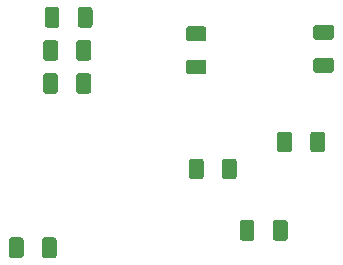
<source format=gbr>
G04 #@! TF.GenerationSoftware,KiCad,Pcbnew,5.1.2-f72e74a~84~ubuntu18.04.1*
G04 #@! TF.CreationDate,2021-05-31T02:13:38+02:00*
G04 #@! TF.ProjectId,USB_I2C_Iface,5553425f-4932-4435-9f49-666163652e6b,rev?*
G04 #@! TF.SameCoordinates,Original*
G04 #@! TF.FileFunction,Paste,Bot*
G04 #@! TF.FilePolarity,Positive*
%FSLAX46Y46*%
G04 Gerber Fmt 4.6, Leading zero omitted, Abs format (unit mm)*
G04 Created by KiCad (PCBNEW 5.1.2-f72e74a~84~ubuntu18.04.1) date 2021-05-31 02:13:38*
%MOMM*%
%LPD*%
G04 APERTURE LIST*
%ADD10C,0.100000*%
%ADD11C,1.250000*%
G04 APERTURE END LIST*
D10*
G36*
X71262504Y-46243204D02*
G01*
X71286773Y-46246804D01*
X71310571Y-46252765D01*
X71333671Y-46261030D01*
X71355849Y-46271520D01*
X71376893Y-46284133D01*
X71396598Y-46298747D01*
X71414777Y-46315223D01*
X71431253Y-46333402D01*
X71445867Y-46353107D01*
X71458480Y-46374151D01*
X71468970Y-46396329D01*
X71477235Y-46419429D01*
X71483196Y-46443227D01*
X71486796Y-46467496D01*
X71488000Y-46492000D01*
X71488000Y-47742000D01*
X71486796Y-47766504D01*
X71483196Y-47790773D01*
X71477235Y-47814571D01*
X71468970Y-47837671D01*
X71458480Y-47859849D01*
X71445867Y-47880893D01*
X71431253Y-47900598D01*
X71414777Y-47918777D01*
X71396598Y-47935253D01*
X71376893Y-47949867D01*
X71355849Y-47962480D01*
X71333671Y-47972970D01*
X71310571Y-47981235D01*
X71286773Y-47987196D01*
X71262504Y-47990796D01*
X71238000Y-47992000D01*
X70488000Y-47992000D01*
X70463496Y-47990796D01*
X70439227Y-47987196D01*
X70415429Y-47981235D01*
X70392329Y-47972970D01*
X70370151Y-47962480D01*
X70349107Y-47949867D01*
X70329402Y-47935253D01*
X70311223Y-47918777D01*
X70294747Y-47900598D01*
X70280133Y-47880893D01*
X70267520Y-47859849D01*
X70257030Y-47837671D01*
X70248765Y-47814571D01*
X70242804Y-47790773D01*
X70239204Y-47766504D01*
X70238000Y-47742000D01*
X70238000Y-46492000D01*
X70239204Y-46467496D01*
X70242804Y-46443227D01*
X70248765Y-46419429D01*
X70257030Y-46396329D01*
X70267520Y-46374151D01*
X70280133Y-46353107D01*
X70294747Y-46333402D01*
X70311223Y-46315223D01*
X70329402Y-46298747D01*
X70349107Y-46284133D01*
X70370151Y-46271520D01*
X70392329Y-46261030D01*
X70415429Y-46252765D01*
X70439227Y-46246804D01*
X70463496Y-46243204D01*
X70488000Y-46242000D01*
X71238000Y-46242000D01*
X71262504Y-46243204D01*
X71262504Y-46243204D01*
G37*
D11*
X70863000Y-47117000D03*
D10*
G36*
X74062504Y-46243204D02*
G01*
X74086773Y-46246804D01*
X74110571Y-46252765D01*
X74133671Y-46261030D01*
X74155849Y-46271520D01*
X74176893Y-46284133D01*
X74196598Y-46298747D01*
X74214777Y-46315223D01*
X74231253Y-46333402D01*
X74245867Y-46353107D01*
X74258480Y-46374151D01*
X74268970Y-46396329D01*
X74277235Y-46419429D01*
X74283196Y-46443227D01*
X74286796Y-46467496D01*
X74288000Y-46492000D01*
X74288000Y-47742000D01*
X74286796Y-47766504D01*
X74283196Y-47790773D01*
X74277235Y-47814571D01*
X74268970Y-47837671D01*
X74258480Y-47859849D01*
X74245867Y-47880893D01*
X74231253Y-47900598D01*
X74214777Y-47918777D01*
X74196598Y-47935253D01*
X74176893Y-47949867D01*
X74155849Y-47962480D01*
X74133671Y-47972970D01*
X74110571Y-47981235D01*
X74086773Y-47987196D01*
X74062504Y-47990796D01*
X74038000Y-47992000D01*
X73288000Y-47992000D01*
X73263496Y-47990796D01*
X73239227Y-47987196D01*
X73215429Y-47981235D01*
X73192329Y-47972970D01*
X73170151Y-47962480D01*
X73149107Y-47949867D01*
X73129402Y-47935253D01*
X73111223Y-47918777D01*
X73094747Y-47900598D01*
X73080133Y-47880893D01*
X73067520Y-47859849D01*
X73057030Y-47837671D01*
X73048765Y-47814571D01*
X73042804Y-47790773D01*
X73039204Y-47766504D01*
X73038000Y-47742000D01*
X73038000Y-46492000D01*
X73039204Y-46467496D01*
X73042804Y-46443227D01*
X73048765Y-46419429D01*
X73057030Y-46396329D01*
X73067520Y-46374151D01*
X73080133Y-46353107D01*
X73094747Y-46333402D01*
X73111223Y-46315223D01*
X73129402Y-46298747D01*
X73149107Y-46284133D01*
X73170151Y-46271520D01*
X73192329Y-46261030D01*
X73215429Y-46252765D01*
X73239227Y-46246804D01*
X73263496Y-46243204D01*
X73288000Y-46242000D01*
X74038000Y-46242000D01*
X74062504Y-46243204D01*
X74062504Y-46243204D01*
G37*
D11*
X73663000Y-47117000D03*
D10*
G36*
X66572504Y-48529204D02*
G01*
X66596773Y-48532804D01*
X66620571Y-48538765D01*
X66643671Y-48547030D01*
X66665849Y-48557520D01*
X66686893Y-48570133D01*
X66706598Y-48584747D01*
X66724777Y-48601223D01*
X66741253Y-48619402D01*
X66755867Y-48639107D01*
X66768480Y-48660151D01*
X66778970Y-48682329D01*
X66787235Y-48705429D01*
X66793196Y-48729227D01*
X66796796Y-48753496D01*
X66798000Y-48778000D01*
X66798000Y-50028000D01*
X66796796Y-50052504D01*
X66793196Y-50076773D01*
X66787235Y-50100571D01*
X66778970Y-50123671D01*
X66768480Y-50145849D01*
X66755867Y-50166893D01*
X66741253Y-50186598D01*
X66724777Y-50204777D01*
X66706598Y-50221253D01*
X66686893Y-50235867D01*
X66665849Y-50248480D01*
X66643671Y-50258970D01*
X66620571Y-50267235D01*
X66596773Y-50273196D01*
X66572504Y-50276796D01*
X66548000Y-50278000D01*
X65798000Y-50278000D01*
X65773496Y-50276796D01*
X65749227Y-50273196D01*
X65725429Y-50267235D01*
X65702329Y-50258970D01*
X65680151Y-50248480D01*
X65659107Y-50235867D01*
X65639402Y-50221253D01*
X65621223Y-50204777D01*
X65604747Y-50186598D01*
X65590133Y-50166893D01*
X65577520Y-50145849D01*
X65567030Y-50123671D01*
X65558765Y-50100571D01*
X65552804Y-50076773D01*
X65549204Y-50052504D01*
X65548000Y-50028000D01*
X65548000Y-48778000D01*
X65549204Y-48753496D01*
X65552804Y-48729227D01*
X65558765Y-48705429D01*
X65567030Y-48682329D01*
X65577520Y-48660151D01*
X65590133Y-48639107D01*
X65604747Y-48619402D01*
X65621223Y-48601223D01*
X65639402Y-48584747D01*
X65659107Y-48570133D01*
X65680151Y-48557520D01*
X65702329Y-48547030D01*
X65725429Y-48538765D01*
X65749227Y-48532804D01*
X65773496Y-48529204D01*
X65798000Y-48528000D01*
X66548000Y-48528000D01*
X66572504Y-48529204D01*
X66572504Y-48529204D01*
G37*
D11*
X66173000Y-49403000D03*
D10*
G36*
X63772504Y-48529204D02*
G01*
X63796773Y-48532804D01*
X63820571Y-48538765D01*
X63843671Y-48547030D01*
X63865849Y-48557520D01*
X63886893Y-48570133D01*
X63906598Y-48584747D01*
X63924777Y-48601223D01*
X63941253Y-48619402D01*
X63955867Y-48639107D01*
X63968480Y-48660151D01*
X63978970Y-48682329D01*
X63987235Y-48705429D01*
X63993196Y-48729227D01*
X63996796Y-48753496D01*
X63998000Y-48778000D01*
X63998000Y-50028000D01*
X63996796Y-50052504D01*
X63993196Y-50076773D01*
X63987235Y-50100571D01*
X63978970Y-50123671D01*
X63968480Y-50145849D01*
X63955867Y-50166893D01*
X63941253Y-50186598D01*
X63924777Y-50204777D01*
X63906598Y-50221253D01*
X63886893Y-50235867D01*
X63865849Y-50248480D01*
X63843671Y-50258970D01*
X63820571Y-50267235D01*
X63796773Y-50273196D01*
X63772504Y-50276796D01*
X63748000Y-50278000D01*
X62998000Y-50278000D01*
X62973496Y-50276796D01*
X62949227Y-50273196D01*
X62925429Y-50267235D01*
X62902329Y-50258970D01*
X62880151Y-50248480D01*
X62859107Y-50235867D01*
X62839402Y-50221253D01*
X62821223Y-50204777D01*
X62804747Y-50186598D01*
X62790133Y-50166893D01*
X62777520Y-50145849D01*
X62767030Y-50123671D01*
X62758765Y-50100571D01*
X62752804Y-50076773D01*
X62749204Y-50052504D01*
X62748000Y-50028000D01*
X62748000Y-48778000D01*
X62749204Y-48753496D01*
X62752804Y-48729227D01*
X62758765Y-48705429D01*
X62767030Y-48682329D01*
X62777520Y-48660151D01*
X62790133Y-48639107D01*
X62804747Y-48619402D01*
X62821223Y-48601223D01*
X62839402Y-48584747D01*
X62859107Y-48570133D01*
X62880151Y-48557520D01*
X62902329Y-48547030D01*
X62925429Y-48538765D01*
X62949227Y-48532804D01*
X62973496Y-48529204D01*
X62998000Y-48528000D01*
X63748000Y-48528000D01*
X63772504Y-48529204D01*
X63772504Y-48529204D01*
G37*
D11*
X63373000Y-49403000D03*
D10*
G36*
X51332504Y-55209404D02*
G01*
X51356773Y-55213004D01*
X51380571Y-55218965D01*
X51403671Y-55227230D01*
X51425849Y-55237720D01*
X51446893Y-55250333D01*
X51466598Y-55264947D01*
X51484777Y-55281423D01*
X51501253Y-55299602D01*
X51515867Y-55319307D01*
X51528480Y-55340351D01*
X51538970Y-55362529D01*
X51547235Y-55385629D01*
X51553196Y-55409427D01*
X51556796Y-55433696D01*
X51558000Y-55458200D01*
X51558000Y-56708200D01*
X51556796Y-56732704D01*
X51553196Y-56756973D01*
X51547235Y-56780771D01*
X51538970Y-56803871D01*
X51528480Y-56826049D01*
X51515867Y-56847093D01*
X51501253Y-56866798D01*
X51484777Y-56884977D01*
X51466598Y-56901453D01*
X51446893Y-56916067D01*
X51425849Y-56928680D01*
X51403671Y-56939170D01*
X51380571Y-56947435D01*
X51356773Y-56953396D01*
X51332504Y-56956996D01*
X51308000Y-56958200D01*
X50558000Y-56958200D01*
X50533496Y-56956996D01*
X50509227Y-56953396D01*
X50485429Y-56947435D01*
X50462329Y-56939170D01*
X50440151Y-56928680D01*
X50419107Y-56916067D01*
X50399402Y-56901453D01*
X50381223Y-56884977D01*
X50364747Y-56866798D01*
X50350133Y-56847093D01*
X50337520Y-56826049D01*
X50327030Y-56803871D01*
X50318765Y-56780771D01*
X50312804Y-56756973D01*
X50309204Y-56732704D01*
X50308000Y-56708200D01*
X50308000Y-55458200D01*
X50309204Y-55433696D01*
X50312804Y-55409427D01*
X50318765Y-55385629D01*
X50327030Y-55362529D01*
X50337520Y-55340351D01*
X50350133Y-55319307D01*
X50364747Y-55299602D01*
X50381223Y-55281423D01*
X50399402Y-55264947D01*
X50419107Y-55250333D01*
X50440151Y-55237720D01*
X50462329Y-55227230D01*
X50485429Y-55218965D01*
X50509227Y-55213004D01*
X50533496Y-55209404D01*
X50558000Y-55208200D01*
X51308000Y-55208200D01*
X51332504Y-55209404D01*
X51332504Y-55209404D01*
G37*
D11*
X50933000Y-56083200D03*
D10*
G36*
X48532504Y-55209404D02*
G01*
X48556773Y-55213004D01*
X48580571Y-55218965D01*
X48603671Y-55227230D01*
X48625849Y-55237720D01*
X48646893Y-55250333D01*
X48666598Y-55264947D01*
X48684777Y-55281423D01*
X48701253Y-55299602D01*
X48715867Y-55319307D01*
X48728480Y-55340351D01*
X48738970Y-55362529D01*
X48747235Y-55385629D01*
X48753196Y-55409427D01*
X48756796Y-55433696D01*
X48758000Y-55458200D01*
X48758000Y-56708200D01*
X48756796Y-56732704D01*
X48753196Y-56756973D01*
X48747235Y-56780771D01*
X48738970Y-56803871D01*
X48728480Y-56826049D01*
X48715867Y-56847093D01*
X48701253Y-56866798D01*
X48684777Y-56884977D01*
X48666598Y-56901453D01*
X48646893Y-56916067D01*
X48625849Y-56928680D01*
X48603671Y-56939170D01*
X48580571Y-56947435D01*
X48556773Y-56953396D01*
X48532504Y-56956996D01*
X48508000Y-56958200D01*
X47758000Y-56958200D01*
X47733496Y-56956996D01*
X47709227Y-56953396D01*
X47685429Y-56947435D01*
X47662329Y-56939170D01*
X47640151Y-56928680D01*
X47619107Y-56916067D01*
X47599402Y-56901453D01*
X47581223Y-56884977D01*
X47564747Y-56866798D01*
X47550133Y-56847093D01*
X47537520Y-56826049D01*
X47527030Y-56803871D01*
X47518765Y-56780771D01*
X47512804Y-56756973D01*
X47509204Y-56732704D01*
X47508000Y-56708200D01*
X47508000Y-55458200D01*
X47509204Y-55433696D01*
X47512804Y-55409427D01*
X47518765Y-55385629D01*
X47527030Y-55362529D01*
X47537520Y-55340351D01*
X47550133Y-55319307D01*
X47564747Y-55299602D01*
X47581223Y-55281423D01*
X47599402Y-55264947D01*
X47619107Y-55250333D01*
X47640151Y-55237720D01*
X47662329Y-55227230D01*
X47685429Y-55218965D01*
X47709227Y-55213004D01*
X47733496Y-55209404D01*
X47758000Y-55208200D01*
X48508000Y-55208200D01*
X48532504Y-55209404D01*
X48532504Y-55209404D01*
G37*
D11*
X48133000Y-56083200D03*
D10*
G36*
X54253504Y-38496204D02*
G01*
X54277773Y-38499804D01*
X54301571Y-38505765D01*
X54324671Y-38514030D01*
X54346849Y-38524520D01*
X54367893Y-38537133D01*
X54387598Y-38551747D01*
X54405777Y-38568223D01*
X54422253Y-38586402D01*
X54436867Y-38606107D01*
X54449480Y-38627151D01*
X54459970Y-38649329D01*
X54468235Y-38672429D01*
X54474196Y-38696227D01*
X54477796Y-38720496D01*
X54479000Y-38745000D01*
X54479000Y-39995000D01*
X54477796Y-40019504D01*
X54474196Y-40043773D01*
X54468235Y-40067571D01*
X54459970Y-40090671D01*
X54449480Y-40112849D01*
X54436867Y-40133893D01*
X54422253Y-40153598D01*
X54405777Y-40171777D01*
X54387598Y-40188253D01*
X54367893Y-40202867D01*
X54346849Y-40215480D01*
X54324671Y-40225970D01*
X54301571Y-40234235D01*
X54277773Y-40240196D01*
X54253504Y-40243796D01*
X54229000Y-40245000D01*
X53479000Y-40245000D01*
X53454496Y-40243796D01*
X53430227Y-40240196D01*
X53406429Y-40234235D01*
X53383329Y-40225970D01*
X53361151Y-40215480D01*
X53340107Y-40202867D01*
X53320402Y-40188253D01*
X53302223Y-40171777D01*
X53285747Y-40153598D01*
X53271133Y-40133893D01*
X53258520Y-40112849D01*
X53248030Y-40090671D01*
X53239765Y-40067571D01*
X53233804Y-40043773D01*
X53230204Y-40019504D01*
X53229000Y-39995000D01*
X53229000Y-38745000D01*
X53230204Y-38720496D01*
X53233804Y-38696227D01*
X53239765Y-38672429D01*
X53248030Y-38649329D01*
X53258520Y-38627151D01*
X53271133Y-38606107D01*
X53285747Y-38586402D01*
X53302223Y-38568223D01*
X53320402Y-38551747D01*
X53340107Y-38537133D01*
X53361151Y-38524520D01*
X53383329Y-38514030D01*
X53406429Y-38505765D01*
X53430227Y-38499804D01*
X53454496Y-38496204D01*
X53479000Y-38495000D01*
X54229000Y-38495000D01*
X54253504Y-38496204D01*
X54253504Y-38496204D01*
G37*
D11*
X53854000Y-39370000D03*
D10*
G36*
X51453504Y-38496204D02*
G01*
X51477773Y-38499804D01*
X51501571Y-38505765D01*
X51524671Y-38514030D01*
X51546849Y-38524520D01*
X51567893Y-38537133D01*
X51587598Y-38551747D01*
X51605777Y-38568223D01*
X51622253Y-38586402D01*
X51636867Y-38606107D01*
X51649480Y-38627151D01*
X51659970Y-38649329D01*
X51668235Y-38672429D01*
X51674196Y-38696227D01*
X51677796Y-38720496D01*
X51679000Y-38745000D01*
X51679000Y-39995000D01*
X51677796Y-40019504D01*
X51674196Y-40043773D01*
X51668235Y-40067571D01*
X51659970Y-40090671D01*
X51649480Y-40112849D01*
X51636867Y-40133893D01*
X51622253Y-40153598D01*
X51605777Y-40171777D01*
X51587598Y-40188253D01*
X51567893Y-40202867D01*
X51546849Y-40215480D01*
X51524671Y-40225970D01*
X51501571Y-40234235D01*
X51477773Y-40240196D01*
X51453504Y-40243796D01*
X51429000Y-40245000D01*
X50679000Y-40245000D01*
X50654496Y-40243796D01*
X50630227Y-40240196D01*
X50606429Y-40234235D01*
X50583329Y-40225970D01*
X50561151Y-40215480D01*
X50540107Y-40202867D01*
X50520402Y-40188253D01*
X50502223Y-40171777D01*
X50485747Y-40153598D01*
X50471133Y-40133893D01*
X50458520Y-40112849D01*
X50448030Y-40090671D01*
X50439765Y-40067571D01*
X50433804Y-40043773D01*
X50430204Y-40019504D01*
X50429000Y-39995000D01*
X50429000Y-38745000D01*
X50430204Y-38720496D01*
X50433804Y-38696227D01*
X50439765Y-38672429D01*
X50448030Y-38649329D01*
X50458520Y-38627151D01*
X50471133Y-38606107D01*
X50485747Y-38586402D01*
X50502223Y-38568223D01*
X50520402Y-38551747D01*
X50540107Y-38537133D01*
X50561151Y-38524520D01*
X50583329Y-38514030D01*
X50606429Y-38505765D01*
X50630227Y-38499804D01*
X50654496Y-38496204D01*
X50679000Y-38495000D01*
X51429000Y-38495000D01*
X51453504Y-38496204D01*
X51453504Y-38496204D01*
G37*
D11*
X51054000Y-39370000D03*
D10*
G36*
X51574504Y-35702204D02*
G01*
X51598773Y-35705804D01*
X51622571Y-35711765D01*
X51645671Y-35720030D01*
X51667849Y-35730520D01*
X51688893Y-35743133D01*
X51708598Y-35757747D01*
X51726777Y-35774223D01*
X51743253Y-35792402D01*
X51757867Y-35812107D01*
X51770480Y-35833151D01*
X51780970Y-35855329D01*
X51789235Y-35878429D01*
X51795196Y-35902227D01*
X51798796Y-35926496D01*
X51800000Y-35951000D01*
X51800000Y-37201000D01*
X51798796Y-37225504D01*
X51795196Y-37249773D01*
X51789235Y-37273571D01*
X51780970Y-37296671D01*
X51770480Y-37318849D01*
X51757867Y-37339893D01*
X51743253Y-37359598D01*
X51726777Y-37377777D01*
X51708598Y-37394253D01*
X51688893Y-37408867D01*
X51667849Y-37421480D01*
X51645671Y-37431970D01*
X51622571Y-37440235D01*
X51598773Y-37446196D01*
X51574504Y-37449796D01*
X51550000Y-37451000D01*
X50800000Y-37451000D01*
X50775496Y-37449796D01*
X50751227Y-37446196D01*
X50727429Y-37440235D01*
X50704329Y-37431970D01*
X50682151Y-37421480D01*
X50661107Y-37408867D01*
X50641402Y-37394253D01*
X50623223Y-37377777D01*
X50606747Y-37359598D01*
X50592133Y-37339893D01*
X50579520Y-37318849D01*
X50569030Y-37296671D01*
X50560765Y-37273571D01*
X50554804Y-37249773D01*
X50551204Y-37225504D01*
X50550000Y-37201000D01*
X50550000Y-35951000D01*
X50551204Y-35926496D01*
X50554804Y-35902227D01*
X50560765Y-35878429D01*
X50569030Y-35855329D01*
X50579520Y-35833151D01*
X50592133Y-35812107D01*
X50606747Y-35792402D01*
X50623223Y-35774223D01*
X50641402Y-35757747D01*
X50661107Y-35743133D01*
X50682151Y-35730520D01*
X50704329Y-35720030D01*
X50727429Y-35711765D01*
X50751227Y-35705804D01*
X50775496Y-35702204D01*
X50800000Y-35701000D01*
X51550000Y-35701000D01*
X51574504Y-35702204D01*
X51574504Y-35702204D01*
G37*
D11*
X51175000Y-36576000D03*
D10*
G36*
X54374504Y-35702204D02*
G01*
X54398773Y-35705804D01*
X54422571Y-35711765D01*
X54445671Y-35720030D01*
X54467849Y-35730520D01*
X54488893Y-35743133D01*
X54508598Y-35757747D01*
X54526777Y-35774223D01*
X54543253Y-35792402D01*
X54557867Y-35812107D01*
X54570480Y-35833151D01*
X54580970Y-35855329D01*
X54589235Y-35878429D01*
X54595196Y-35902227D01*
X54598796Y-35926496D01*
X54600000Y-35951000D01*
X54600000Y-37201000D01*
X54598796Y-37225504D01*
X54595196Y-37249773D01*
X54589235Y-37273571D01*
X54580970Y-37296671D01*
X54570480Y-37318849D01*
X54557867Y-37339893D01*
X54543253Y-37359598D01*
X54526777Y-37377777D01*
X54508598Y-37394253D01*
X54488893Y-37408867D01*
X54467849Y-37421480D01*
X54445671Y-37431970D01*
X54422571Y-37440235D01*
X54398773Y-37446196D01*
X54374504Y-37449796D01*
X54350000Y-37451000D01*
X53600000Y-37451000D01*
X53575496Y-37449796D01*
X53551227Y-37446196D01*
X53527429Y-37440235D01*
X53504329Y-37431970D01*
X53482151Y-37421480D01*
X53461107Y-37408867D01*
X53441402Y-37394253D01*
X53423223Y-37377777D01*
X53406747Y-37359598D01*
X53392133Y-37339893D01*
X53379520Y-37318849D01*
X53369030Y-37296671D01*
X53360765Y-37273571D01*
X53354804Y-37249773D01*
X53351204Y-37225504D01*
X53350000Y-37201000D01*
X53350000Y-35951000D01*
X53351204Y-35926496D01*
X53354804Y-35902227D01*
X53360765Y-35878429D01*
X53369030Y-35855329D01*
X53379520Y-35833151D01*
X53392133Y-35812107D01*
X53406747Y-35792402D01*
X53423223Y-35774223D01*
X53441402Y-35757747D01*
X53461107Y-35743133D01*
X53482151Y-35730520D01*
X53504329Y-35720030D01*
X53527429Y-35711765D01*
X53551227Y-35705804D01*
X53575496Y-35702204D01*
X53600000Y-35701000D01*
X54350000Y-35701000D01*
X54374504Y-35702204D01*
X54374504Y-35702204D01*
G37*
D11*
X53975000Y-36576000D03*
D10*
G36*
X54247504Y-41290204D02*
G01*
X54271773Y-41293804D01*
X54295571Y-41299765D01*
X54318671Y-41308030D01*
X54340849Y-41318520D01*
X54361893Y-41331133D01*
X54381598Y-41345747D01*
X54399777Y-41362223D01*
X54416253Y-41380402D01*
X54430867Y-41400107D01*
X54443480Y-41421151D01*
X54453970Y-41443329D01*
X54462235Y-41466429D01*
X54468196Y-41490227D01*
X54471796Y-41514496D01*
X54473000Y-41539000D01*
X54473000Y-42789000D01*
X54471796Y-42813504D01*
X54468196Y-42837773D01*
X54462235Y-42861571D01*
X54453970Y-42884671D01*
X54443480Y-42906849D01*
X54430867Y-42927893D01*
X54416253Y-42947598D01*
X54399777Y-42965777D01*
X54381598Y-42982253D01*
X54361893Y-42996867D01*
X54340849Y-43009480D01*
X54318671Y-43019970D01*
X54295571Y-43028235D01*
X54271773Y-43034196D01*
X54247504Y-43037796D01*
X54223000Y-43039000D01*
X53473000Y-43039000D01*
X53448496Y-43037796D01*
X53424227Y-43034196D01*
X53400429Y-43028235D01*
X53377329Y-43019970D01*
X53355151Y-43009480D01*
X53334107Y-42996867D01*
X53314402Y-42982253D01*
X53296223Y-42965777D01*
X53279747Y-42947598D01*
X53265133Y-42927893D01*
X53252520Y-42906849D01*
X53242030Y-42884671D01*
X53233765Y-42861571D01*
X53227804Y-42837773D01*
X53224204Y-42813504D01*
X53223000Y-42789000D01*
X53223000Y-41539000D01*
X53224204Y-41514496D01*
X53227804Y-41490227D01*
X53233765Y-41466429D01*
X53242030Y-41443329D01*
X53252520Y-41421151D01*
X53265133Y-41400107D01*
X53279747Y-41380402D01*
X53296223Y-41362223D01*
X53314402Y-41345747D01*
X53334107Y-41331133D01*
X53355151Y-41318520D01*
X53377329Y-41308030D01*
X53400429Y-41299765D01*
X53424227Y-41293804D01*
X53448496Y-41290204D01*
X53473000Y-41289000D01*
X54223000Y-41289000D01*
X54247504Y-41290204D01*
X54247504Y-41290204D01*
G37*
D11*
X53848000Y-42164000D03*
D10*
G36*
X51447504Y-41290204D02*
G01*
X51471773Y-41293804D01*
X51495571Y-41299765D01*
X51518671Y-41308030D01*
X51540849Y-41318520D01*
X51561893Y-41331133D01*
X51581598Y-41345747D01*
X51599777Y-41362223D01*
X51616253Y-41380402D01*
X51630867Y-41400107D01*
X51643480Y-41421151D01*
X51653970Y-41443329D01*
X51662235Y-41466429D01*
X51668196Y-41490227D01*
X51671796Y-41514496D01*
X51673000Y-41539000D01*
X51673000Y-42789000D01*
X51671796Y-42813504D01*
X51668196Y-42837773D01*
X51662235Y-42861571D01*
X51653970Y-42884671D01*
X51643480Y-42906849D01*
X51630867Y-42927893D01*
X51616253Y-42947598D01*
X51599777Y-42965777D01*
X51581598Y-42982253D01*
X51561893Y-42996867D01*
X51540849Y-43009480D01*
X51518671Y-43019970D01*
X51495571Y-43028235D01*
X51471773Y-43034196D01*
X51447504Y-43037796D01*
X51423000Y-43039000D01*
X50673000Y-43039000D01*
X50648496Y-43037796D01*
X50624227Y-43034196D01*
X50600429Y-43028235D01*
X50577329Y-43019970D01*
X50555151Y-43009480D01*
X50534107Y-42996867D01*
X50514402Y-42982253D01*
X50496223Y-42965777D01*
X50479747Y-42947598D01*
X50465133Y-42927893D01*
X50452520Y-42906849D01*
X50442030Y-42884671D01*
X50433765Y-42861571D01*
X50427804Y-42837773D01*
X50424204Y-42813504D01*
X50423000Y-42789000D01*
X50423000Y-41539000D01*
X50424204Y-41514496D01*
X50427804Y-41490227D01*
X50433765Y-41466429D01*
X50442030Y-41443329D01*
X50452520Y-41421151D01*
X50465133Y-41400107D01*
X50479747Y-41380402D01*
X50496223Y-41362223D01*
X50514402Y-41345747D01*
X50534107Y-41331133D01*
X50555151Y-41318520D01*
X50577329Y-41308030D01*
X50600429Y-41299765D01*
X50624227Y-41293804D01*
X50648496Y-41290204D01*
X50673000Y-41289000D01*
X51423000Y-41289000D01*
X51447504Y-41290204D01*
X51447504Y-41290204D01*
G37*
D11*
X51048000Y-42164000D03*
D10*
G36*
X68087504Y-53736204D02*
G01*
X68111773Y-53739804D01*
X68135571Y-53745765D01*
X68158671Y-53754030D01*
X68180849Y-53764520D01*
X68201893Y-53777133D01*
X68221598Y-53791747D01*
X68239777Y-53808223D01*
X68256253Y-53826402D01*
X68270867Y-53846107D01*
X68283480Y-53867151D01*
X68293970Y-53889329D01*
X68302235Y-53912429D01*
X68308196Y-53936227D01*
X68311796Y-53960496D01*
X68313000Y-53985000D01*
X68313000Y-55235000D01*
X68311796Y-55259504D01*
X68308196Y-55283773D01*
X68302235Y-55307571D01*
X68293970Y-55330671D01*
X68283480Y-55352849D01*
X68270867Y-55373893D01*
X68256253Y-55393598D01*
X68239777Y-55411777D01*
X68221598Y-55428253D01*
X68201893Y-55442867D01*
X68180849Y-55455480D01*
X68158671Y-55465970D01*
X68135571Y-55474235D01*
X68111773Y-55480196D01*
X68087504Y-55483796D01*
X68063000Y-55485000D01*
X67313000Y-55485000D01*
X67288496Y-55483796D01*
X67264227Y-55480196D01*
X67240429Y-55474235D01*
X67217329Y-55465970D01*
X67195151Y-55455480D01*
X67174107Y-55442867D01*
X67154402Y-55428253D01*
X67136223Y-55411777D01*
X67119747Y-55393598D01*
X67105133Y-55373893D01*
X67092520Y-55352849D01*
X67082030Y-55330671D01*
X67073765Y-55307571D01*
X67067804Y-55283773D01*
X67064204Y-55259504D01*
X67063000Y-55235000D01*
X67063000Y-53985000D01*
X67064204Y-53960496D01*
X67067804Y-53936227D01*
X67073765Y-53912429D01*
X67082030Y-53889329D01*
X67092520Y-53867151D01*
X67105133Y-53846107D01*
X67119747Y-53826402D01*
X67136223Y-53808223D01*
X67154402Y-53791747D01*
X67174107Y-53777133D01*
X67195151Y-53764520D01*
X67217329Y-53754030D01*
X67240429Y-53745765D01*
X67264227Y-53739804D01*
X67288496Y-53736204D01*
X67313000Y-53735000D01*
X68063000Y-53735000D01*
X68087504Y-53736204D01*
X68087504Y-53736204D01*
G37*
D11*
X67688000Y-54610000D03*
D10*
G36*
X70887504Y-53736204D02*
G01*
X70911773Y-53739804D01*
X70935571Y-53745765D01*
X70958671Y-53754030D01*
X70980849Y-53764520D01*
X71001893Y-53777133D01*
X71021598Y-53791747D01*
X71039777Y-53808223D01*
X71056253Y-53826402D01*
X71070867Y-53846107D01*
X71083480Y-53867151D01*
X71093970Y-53889329D01*
X71102235Y-53912429D01*
X71108196Y-53936227D01*
X71111796Y-53960496D01*
X71113000Y-53985000D01*
X71113000Y-55235000D01*
X71111796Y-55259504D01*
X71108196Y-55283773D01*
X71102235Y-55307571D01*
X71093970Y-55330671D01*
X71083480Y-55352849D01*
X71070867Y-55373893D01*
X71056253Y-55393598D01*
X71039777Y-55411777D01*
X71021598Y-55428253D01*
X71001893Y-55442867D01*
X70980849Y-55455480D01*
X70958671Y-55465970D01*
X70935571Y-55474235D01*
X70911773Y-55480196D01*
X70887504Y-55483796D01*
X70863000Y-55485000D01*
X70113000Y-55485000D01*
X70088496Y-55483796D01*
X70064227Y-55480196D01*
X70040429Y-55474235D01*
X70017329Y-55465970D01*
X69995151Y-55455480D01*
X69974107Y-55442867D01*
X69954402Y-55428253D01*
X69936223Y-55411777D01*
X69919747Y-55393598D01*
X69905133Y-55373893D01*
X69892520Y-55352849D01*
X69882030Y-55330671D01*
X69873765Y-55307571D01*
X69867804Y-55283773D01*
X69864204Y-55259504D01*
X69863000Y-55235000D01*
X69863000Y-53985000D01*
X69864204Y-53960496D01*
X69867804Y-53936227D01*
X69873765Y-53912429D01*
X69882030Y-53889329D01*
X69892520Y-53867151D01*
X69905133Y-53846107D01*
X69919747Y-53826402D01*
X69936223Y-53808223D01*
X69954402Y-53791747D01*
X69974107Y-53777133D01*
X69995151Y-53764520D01*
X70017329Y-53754030D01*
X70040429Y-53745765D01*
X70064227Y-53739804D01*
X70088496Y-53736204D01*
X70113000Y-53735000D01*
X70863000Y-53735000D01*
X70887504Y-53736204D01*
X70887504Y-53736204D01*
G37*
D11*
X70488000Y-54610000D03*
D10*
G36*
X64022504Y-37349204D02*
G01*
X64046773Y-37352804D01*
X64070571Y-37358765D01*
X64093671Y-37367030D01*
X64115849Y-37377520D01*
X64136893Y-37390133D01*
X64156598Y-37404747D01*
X64174777Y-37421223D01*
X64191253Y-37439402D01*
X64205867Y-37459107D01*
X64218480Y-37480151D01*
X64228970Y-37502329D01*
X64237235Y-37525429D01*
X64243196Y-37549227D01*
X64246796Y-37573496D01*
X64248000Y-37598000D01*
X64248000Y-38348000D01*
X64246796Y-38372504D01*
X64243196Y-38396773D01*
X64237235Y-38420571D01*
X64228970Y-38443671D01*
X64218480Y-38465849D01*
X64205867Y-38486893D01*
X64191253Y-38506598D01*
X64174777Y-38524777D01*
X64156598Y-38541253D01*
X64136893Y-38555867D01*
X64115849Y-38568480D01*
X64093671Y-38578970D01*
X64070571Y-38587235D01*
X64046773Y-38593196D01*
X64022504Y-38596796D01*
X63998000Y-38598000D01*
X62748000Y-38598000D01*
X62723496Y-38596796D01*
X62699227Y-38593196D01*
X62675429Y-38587235D01*
X62652329Y-38578970D01*
X62630151Y-38568480D01*
X62609107Y-38555867D01*
X62589402Y-38541253D01*
X62571223Y-38524777D01*
X62554747Y-38506598D01*
X62540133Y-38486893D01*
X62527520Y-38465849D01*
X62517030Y-38443671D01*
X62508765Y-38420571D01*
X62502804Y-38396773D01*
X62499204Y-38372504D01*
X62498000Y-38348000D01*
X62498000Y-37598000D01*
X62499204Y-37573496D01*
X62502804Y-37549227D01*
X62508765Y-37525429D01*
X62517030Y-37502329D01*
X62527520Y-37480151D01*
X62540133Y-37459107D01*
X62554747Y-37439402D01*
X62571223Y-37421223D01*
X62589402Y-37404747D01*
X62609107Y-37390133D01*
X62630151Y-37377520D01*
X62652329Y-37367030D01*
X62675429Y-37358765D01*
X62699227Y-37352804D01*
X62723496Y-37349204D01*
X62748000Y-37348000D01*
X63998000Y-37348000D01*
X64022504Y-37349204D01*
X64022504Y-37349204D01*
G37*
D11*
X63373000Y-37973000D03*
D10*
G36*
X64022504Y-40149204D02*
G01*
X64046773Y-40152804D01*
X64070571Y-40158765D01*
X64093671Y-40167030D01*
X64115849Y-40177520D01*
X64136893Y-40190133D01*
X64156598Y-40204747D01*
X64174777Y-40221223D01*
X64191253Y-40239402D01*
X64205867Y-40259107D01*
X64218480Y-40280151D01*
X64228970Y-40302329D01*
X64237235Y-40325429D01*
X64243196Y-40349227D01*
X64246796Y-40373496D01*
X64248000Y-40398000D01*
X64248000Y-41148000D01*
X64246796Y-41172504D01*
X64243196Y-41196773D01*
X64237235Y-41220571D01*
X64228970Y-41243671D01*
X64218480Y-41265849D01*
X64205867Y-41286893D01*
X64191253Y-41306598D01*
X64174777Y-41324777D01*
X64156598Y-41341253D01*
X64136893Y-41355867D01*
X64115849Y-41368480D01*
X64093671Y-41378970D01*
X64070571Y-41387235D01*
X64046773Y-41393196D01*
X64022504Y-41396796D01*
X63998000Y-41398000D01*
X62748000Y-41398000D01*
X62723496Y-41396796D01*
X62699227Y-41393196D01*
X62675429Y-41387235D01*
X62652329Y-41378970D01*
X62630151Y-41368480D01*
X62609107Y-41355867D01*
X62589402Y-41341253D01*
X62571223Y-41324777D01*
X62554747Y-41306598D01*
X62540133Y-41286893D01*
X62527520Y-41265849D01*
X62517030Y-41243671D01*
X62508765Y-41220571D01*
X62502804Y-41196773D01*
X62499204Y-41172504D01*
X62498000Y-41148000D01*
X62498000Y-40398000D01*
X62499204Y-40373496D01*
X62502804Y-40349227D01*
X62508765Y-40325429D01*
X62517030Y-40302329D01*
X62527520Y-40280151D01*
X62540133Y-40259107D01*
X62554747Y-40239402D01*
X62571223Y-40221223D01*
X62589402Y-40204747D01*
X62609107Y-40190133D01*
X62630151Y-40177520D01*
X62652329Y-40167030D01*
X62675429Y-40158765D01*
X62699227Y-40152804D01*
X62723496Y-40149204D01*
X62748000Y-40148000D01*
X63998000Y-40148000D01*
X64022504Y-40149204D01*
X64022504Y-40149204D01*
G37*
D11*
X63373000Y-40773000D03*
D10*
G36*
X74817504Y-40016204D02*
G01*
X74841773Y-40019804D01*
X74865571Y-40025765D01*
X74888671Y-40034030D01*
X74910849Y-40044520D01*
X74931893Y-40057133D01*
X74951598Y-40071747D01*
X74969777Y-40088223D01*
X74986253Y-40106402D01*
X75000867Y-40126107D01*
X75013480Y-40147151D01*
X75023970Y-40169329D01*
X75032235Y-40192429D01*
X75038196Y-40216227D01*
X75041796Y-40240496D01*
X75043000Y-40265000D01*
X75043000Y-41015000D01*
X75041796Y-41039504D01*
X75038196Y-41063773D01*
X75032235Y-41087571D01*
X75023970Y-41110671D01*
X75013480Y-41132849D01*
X75000867Y-41153893D01*
X74986253Y-41173598D01*
X74969777Y-41191777D01*
X74951598Y-41208253D01*
X74931893Y-41222867D01*
X74910849Y-41235480D01*
X74888671Y-41245970D01*
X74865571Y-41254235D01*
X74841773Y-41260196D01*
X74817504Y-41263796D01*
X74793000Y-41265000D01*
X73543000Y-41265000D01*
X73518496Y-41263796D01*
X73494227Y-41260196D01*
X73470429Y-41254235D01*
X73447329Y-41245970D01*
X73425151Y-41235480D01*
X73404107Y-41222867D01*
X73384402Y-41208253D01*
X73366223Y-41191777D01*
X73349747Y-41173598D01*
X73335133Y-41153893D01*
X73322520Y-41132849D01*
X73312030Y-41110671D01*
X73303765Y-41087571D01*
X73297804Y-41063773D01*
X73294204Y-41039504D01*
X73293000Y-41015000D01*
X73293000Y-40265000D01*
X73294204Y-40240496D01*
X73297804Y-40216227D01*
X73303765Y-40192429D01*
X73312030Y-40169329D01*
X73322520Y-40147151D01*
X73335133Y-40126107D01*
X73349747Y-40106402D01*
X73366223Y-40088223D01*
X73384402Y-40071747D01*
X73404107Y-40057133D01*
X73425151Y-40044520D01*
X73447329Y-40034030D01*
X73470429Y-40025765D01*
X73494227Y-40019804D01*
X73518496Y-40016204D01*
X73543000Y-40015000D01*
X74793000Y-40015000D01*
X74817504Y-40016204D01*
X74817504Y-40016204D01*
G37*
D11*
X74168000Y-40640000D03*
D10*
G36*
X74817504Y-37216204D02*
G01*
X74841773Y-37219804D01*
X74865571Y-37225765D01*
X74888671Y-37234030D01*
X74910849Y-37244520D01*
X74931893Y-37257133D01*
X74951598Y-37271747D01*
X74969777Y-37288223D01*
X74986253Y-37306402D01*
X75000867Y-37326107D01*
X75013480Y-37347151D01*
X75023970Y-37369329D01*
X75032235Y-37392429D01*
X75038196Y-37416227D01*
X75041796Y-37440496D01*
X75043000Y-37465000D01*
X75043000Y-38215000D01*
X75041796Y-38239504D01*
X75038196Y-38263773D01*
X75032235Y-38287571D01*
X75023970Y-38310671D01*
X75013480Y-38332849D01*
X75000867Y-38353893D01*
X74986253Y-38373598D01*
X74969777Y-38391777D01*
X74951598Y-38408253D01*
X74931893Y-38422867D01*
X74910849Y-38435480D01*
X74888671Y-38445970D01*
X74865571Y-38454235D01*
X74841773Y-38460196D01*
X74817504Y-38463796D01*
X74793000Y-38465000D01*
X73543000Y-38465000D01*
X73518496Y-38463796D01*
X73494227Y-38460196D01*
X73470429Y-38454235D01*
X73447329Y-38445970D01*
X73425151Y-38435480D01*
X73404107Y-38422867D01*
X73384402Y-38408253D01*
X73366223Y-38391777D01*
X73349747Y-38373598D01*
X73335133Y-38353893D01*
X73322520Y-38332849D01*
X73312030Y-38310671D01*
X73303765Y-38287571D01*
X73297804Y-38263773D01*
X73294204Y-38239504D01*
X73293000Y-38215000D01*
X73293000Y-37465000D01*
X73294204Y-37440496D01*
X73297804Y-37416227D01*
X73303765Y-37392429D01*
X73312030Y-37369329D01*
X73322520Y-37347151D01*
X73335133Y-37326107D01*
X73349747Y-37306402D01*
X73366223Y-37288223D01*
X73384402Y-37271747D01*
X73404107Y-37257133D01*
X73425151Y-37244520D01*
X73447329Y-37234030D01*
X73470429Y-37225765D01*
X73494227Y-37219804D01*
X73518496Y-37216204D01*
X73543000Y-37215000D01*
X74793000Y-37215000D01*
X74817504Y-37216204D01*
X74817504Y-37216204D01*
G37*
D11*
X74168000Y-37840000D03*
M02*

</source>
